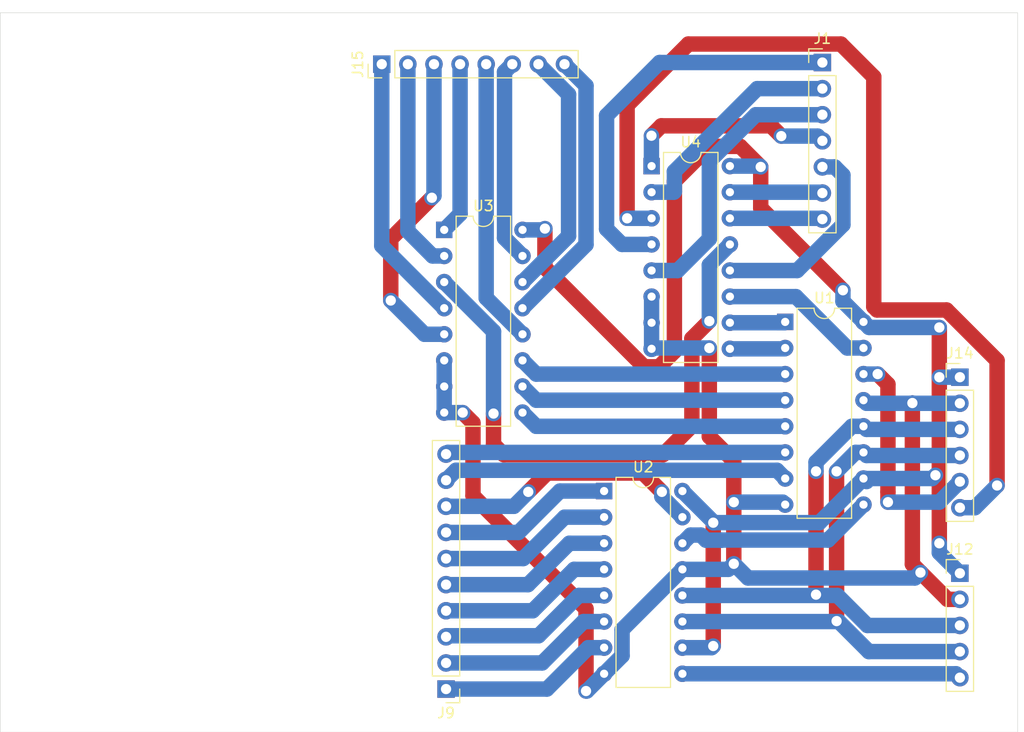
<source format=kicad_pcb>
(kicad_pcb (version 20240108) (generator "pcbnew") (generator_version "8.0")
  (layers (0 "F.Cu" signal) (31 "B.Cu" signal) (34 "B.Paste" user) (35 "F.Paste" user) (36 "B.SilkS" user "B.Silkscreen") (37 "F.SilkS" user "F.Silkscreen") (38 "B.Mask" user) (39 "F.Mask" user) (44 "Edge.Cuts" user))
  (net 0 "")
  (net 1 "3v3")
  (net 2 "Net-(J1-Pin_5)")
  (net 3 "Net-(J1-Pin_1)")
  (net 4 "Net-(J1-Pin_2)")
  (net 5 "Net-(J1-Pin_3)")
  (net 6 "Net-(J1-Pin_4)")
  (net 7 "Net-(J1-Pin_6)")
  (net 8 "Net-(J1-Pin_7)")
  (net 9 "Net-(J9-Pin_1)")
  (net 10 "Net-(J9-Pin_10)")
  (net 11 "Net-(J9-Pin_5)")
  (net 12 "Net-(J9-Pin_2)")
  (net 13 "Net-(J9-Pin_7)")
  (net 14 "Net-(J9-Pin_3)")
  (net 15 "Net-(J9-Pin_6)")
  (net 16 "Net-(J9-Pin_9)")
  (net 17 "Net-(J9-Pin_4)")
  (net 18 "Net-(J9-Pin_8)")
  (net 19 "Net-(J12-Pin_2)")
  (net 20 "Net-(J12-Pin_3)")
  (net 21 "Net-(J12-Pin_5)")
  (net 22 "Net-(J12-Pin_4)")
  (net 23 "Net-(J14-Pin_5)")
  (net 24 "Net-(J14-Pin_6)")
  (net 25 "Net-(U1-QF)")
  (net 26 "Net-(U1-QC)")
  (net 27 "Net-(U1-QB)")
  (net 28 "Net-(U1-QH')")
  (net 29 "Net-(U1-QA)")
  (net 30 "Net-(U1-QE)")
  (net 31 "Net-(U1-QD)")
  (net 32 "Net-(U3-A)")
  (net 33 "Net-(J15-Pin_1)")
  (net 34 "Net-(J15-Pin_2)")
  (net 35 "Net-(J15-Pin_7)")
  (net 36 "Net-(J15-Pin_8)")
  (net 37 "Net-(J15-Pin_4)")
  (net 38 "Net-(J15-Pin_3)")
  (net 39 "Net-(J15-Pin_5)")
  (net 40 "Net-(J15-Pin_6)")
  (footprint "Connector_PinHeader_2.54mm:PinHeader_1x10_P2.54mm_Vertical" (layer "F.Cu") (at 131.38 93.807395 180)
    (property "Reference" "J9" (at 0 -2.33 360) (layer "F.SilkS"))
    (property "Value" "Conn_01x10_Pin")
    (fp_line (start 1.33 1.27) (end 1.33 24.19) (stroke (width 0.12)) (layer "F.SilkS"))
    (fp_line (start -1.33 24.19) (end 1.33 24.19) (stroke (width 0.12)) (layer "F.SilkS"))
    (fp_line (start -1.33 1.27) (end 1.33 1.27) (stroke (width 0.12)) (layer "F.SilkS"))
    (fp_line (start -1.33 1.27) (end -1.33 24.19) (stroke (width 0.12)) (layer "F.SilkS"))
    (fp_line (start -1.33 0) (end -1.33 -1.33) (stroke (width 0.12)) (layer "F.SilkS"))
    (fp_line (start -1.33 -1.33) (end 0 -1.33) (stroke (width 0.12)) (layer "F.SilkS"))
    (pad "1" thru_hole rect (at 0 0 180) (size 1.7 1.7) (drill 1) (layers "*.Cu" "*.Mask") (net 9 "Net-(J9-Pin_1)"))
    (pad "2" thru_hole oval (at 0 2.54 180) (size 1.7 1.7) (drill 1) (layers "*.Cu" "*.Mask") (net 12 "Net-(J9-Pin_2)"))
    (pad "3" thru_hole oval (at 0 5.08 180) (size 1.7 1.7) (drill 1) (layers "*.Cu" "*.Mask") (net 14 "Net-(J9-Pin_3)"))
    (pad "4" thru_hole oval (at 0 7.62 180) (size 1.7 1.7) (drill 1) (layers "*.Cu" "*.Mask") (net 17 "Net-(J9-Pin_4)"))
    (pad "5" thru_hole oval (at 0 10.16 180) (size 1.7 1.7) (drill 1) (layers "*.Cu" "*.Mask") (net 11 "Net-(J9-Pin_5)"))
    (pad "6" thru_hole oval (at 0 12.7 180) (size 1.7 1.7) (drill 1) (layers "*.Cu" "*.Mask") (net 15 "Net-(J9-Pin_6)"))
    (pad "7" thru_hole oval (at 0 15.24 180) (size 1.7 1.7) (drill 1) (layers "*.Cu" "*.Mask") (net 13 "Net-(J9-Pin_7)"))
    (pad "8" thru_hole oval (at 0 17.78 180) (size 1.7 1.7) (drill 1) (layers "*.Cu" "*.Mask") (net 18 "Net-(J9-Pin_8)"))
    (pad "9" thru_hole oval (at 0 20.32 180) (size 1.7 1.7) (drill 1) (layers "*.Cu" "*.Mask") (net 16 "Net-(J9-Pin_9)"))
    (pad "10" thru_hole oval (at 0 22.86 180) (size 1.7 1.7) (drill 1) (layers "*.Cu" "*.Mask") (net 10 "Net-(J9-Pin_10)"))
  )
  (footprint "Package_DIP:DIP-16_W7.62mm" (layer "F.Cu") (at 146.76 74.54)
    (property "Reference" "U2" (at 3.81 -2.33 360) (layer "F.SilkS"))
    (property "Value" "74HC595")
    (fp_line (start 1.16 -1.33) (end 1.16 19.11) (stroke (width 0.12)) (layer "F.SilkS"))
    (fp_line (start 1.16 19.11) (end 6.46 19.11) (stroke (width 0.12)) (layer "F.SilkS"))
    (fp_line (start 2.81 -1.33) (end 1.16 -1.33) (stroke (width 0.12)) (layer "F.SilkS"))
    (fp_line (start 6.46 -1.33) (end 4.81 -1.33) (stroke (width 0.12)) (layer "F.SilkS"))
    (fp_line (start 6.46 19.11) (end 6.46 -1.33) (stroke (width 0.12)) (layer "F.SilkS"))
    (fp_arc (start 4.81 -1.33) (mid 3.81 -0.33) (end 2.81 -1.33) (stroke (width 0.12)) (layer "F.SilkS"))
    (pad "1" thru_hole rect (at 0 0) (size 1.6 1.6) (drill 0.8) (layers "*.Cu" "*.Mask") (net 13 "Net-(J9-Pin_7)"))
    (pad "2" thru_hole oval (at 0 2.54) (size 1.6 1.6) (drill 0.8) (layers "*.Cu" "*.Mask") (net 15 "Net-(J9-Pin_6)"))
    (pad "3" thru_hole oval (at 0 5.08) (size 1.6 1.6) (drill 0.8) (layers "*.Cu" "*.Mask") (net 11 "Net-(J9-Pin_5)"))
    (pad "4" thru_hole oval (at 0 7.62) (size 1.6 1.6) (drill 0.8) (layers "*.Cu" "*.Mask") (net 17 "Net-(J9-Pin_4)"))
    (pad "5" thru_hole oval (at 0 10.16) (size 1.6 1.6) (drill 0.8) (layers "*.Cu" "*.Mask") (net 14 "Net-(J9-Pin_3)"))
    (pad "6" thru_hole oval (at 0 12.7) (size 1.6 1.6) (drill 0.8) (layers "*.Cu" "*.Mask") (net 12 "Net-(J9-Pin_2)"))
    (pad "7" thru_hole oval (at 0 15.24) (size 1.6 1.6) (drill 0.8) (layers "*.Cu" "*.Mask") (net 9 "Net-(J9-Pin_1)"))
    (pad "8" thru_hole oval (at 0 17.78) (size 1.6 1.6) (drill 0.8) (layers "*.Cu" "*.Mask") (net 19 "Net-(J12-Pin_2)"))
    (pad "9" thru_hole oval (at 7.62 17.78) (size 1.6 1.6) (drill 0.8) (layers "*.Cu" "*.Mask") (net 21 "Net-(J12-Pin_5)"))
    (pad "10" thru_hole oval (at 7.62 15.24) (size 1.6 1.6) (drill 0.8) (layers "*.Cu" "*.Mask") (net 1 "3v3"))
    (pad "11" thru_hole oval (at 7.62 12.7) (size 1.6 1.6) (drill 0.8) (layers "*.Cu" "*.Mask") (net 22 "Net-(J12-Pin_4)"))
    (pad "12" thru_hole oval (at 7.62 10.16) (size 1.6 1.6) (drill 0.8) (layers "*.Cu" "*.Mask") (net 20 "Net-(J12-Pin_3)"))
    (pad "13" thru_hole oval (at 7.62 7.62) (size 1.6 1.6) (drill 0.8) (layers "*.Cu" "*.Mask") (net 19 "Net-(J12-Pin_2)"))
    (pad "14" thru_hole oval (at 7.62 5.08) (size 1.6 1.6) (drill 0.8) (layers "*.Cu" "*.Mask") (net 28 "Net-(U1-QH')"))
    (pad "15" thru_hole oval (at 7.62 2.54) (size 1.6 1.6) (drill 0.8) (layers "*.Cu" "*.Mask") (net 18 "Net-(J9-Pin_8)"))
    (pad "16" thru_hole oval (at 7.62 0) (size 1.6 1.6) (drill 0.8) (layers "*.Cu" "*.Mask") (net 1 "3v3"))
  )
  (footprint "Connector_PinHeader_2.54mm:PinHeader_1x08_P2.54mm_Vertical" (layer "F.Cu") (at 125.125 33 90)
    (property "Reference" "J15" (at 0 -2.33 90) (layer "F.SilkS"))
    (property "Value" "Conn_01x08_Pin")
    (fp_line (start -1.33 -1.33) (end 0 -1.33) (stroke (width 0.12)) (layer "F.SilkS"))
    (fp_line (start -1.33 0) (end -1.33 -1.33) (stroke (width 0.12)) (layer "F.SilkS"))
    (fp_line (start 1.33 1.27) (end 1.33 19.11) (stroke (width 0.12)) (layer "F.SilkS"))
    (fp_line (start -1.33 1.27) (end 1.33 1.27) (stroke (width 0.12)) (layer "F.SilkS"))
    (fp_line (start -1.33 1.27) (end -1.33 19.11) (stroke (width 0.12)) (layer "F.SilkS"))
    (fp_line (start -1.33 19.11) (end 1.33 19.11) (stroke (width 0.12)) (layer "F.SilkS"))
    (pad "1" thru_hole rect (at 0 0 90) (size 1.7 1.7) (drill 1) (layers "*.Cu" "*.Mask") (net 33 "Net-(J15-Pin_1)"))
    (pad "2" thru_hole oval (at 0 2.54 90) (size 1.7 1.7) (drill 1) (layers "*.Cu" "*.Mask") (net 34 "Net-(J15-Pin_2)"))
    (pad "3" thru_hole oval (at 0 5.08 90) (size 1.7 1.7) (drill 1) (layers "*.Cu" "*.Mask") (net 38 "Net-(J15-Pin_3)"))
    (pad "4" thru_hole oval (at 0 7.62 90) (size 1.7 1.7) (drill 1) (layers "*.Cu" "*.Mask") (net 37 "Net-(J15-Pin_4)"))
    (pad "5" thru_hole oval (at 0 10.16 90) (size 1.7 1.7) (drill 1) (layers "*.Cu" "*.Mask") (net 39 "Net-(J15-Pin_5)"))
    (pad "6" thru_hole oval (at 0 12.7 90) (size 1.7 1.7) (drill 1) (layers "*.Cu" "*.Mask") (net 40 "Net-(J15-Pin_6)"))
    (pad "7" thru_hole oval (at 0 15.24 90) (size 1.7 1.7) (drill 1) (layers "*.Cu" "*.Mask") (net 35 "Net-(J15-Pin_7)"))
    (pad "8" thru_hole oval (at 0 17.78 90) (size 1.7 1.7) (drill 1) (layers "*.Cu" "*.Mask") (net 36 "Net-(J15-Pin_8)"))
  )
  (footprint "Package_DIP:DIP-16_W7.62mm" (layer "F.Cu") (at 151.38 42.92)
    (property "Reference" "U4" (at 3.81 -2.33 360) (layer "F.SilkS"))
    (property "Value" "74HC4051")
    (fp_line (start 1.16 -1.33) (end 1.16 19.11) (stroke (width 0.12)) (layer "F.SilkS"))
    (fp_line (start 1.16 19.11) (end 6.46 19.11) (stroke (width 0.12)) (layer "F.SilkS"))
    (fp_line (start 2.81 -1.33) (end 1.16 -1.33) (stroke (width 0.12)) (layer "F.SilkS"))
    (fp_line (start 6.46 -1.33) (end 4.81 -1.33) (stroke (width 0.12)) (layer "F.SilkS"))
    (fp_line (start 6.46 19.11) (end 6.46 -1.33) (stroke (width 0.12)) (layer "F.SilkS"))
    (fp_arc (start 4.81 -1.33) (mid 3.81 -0.33) (end 2.81 -1.33) (stroke (width 0.12)) (layer "F.SilkS"))
    (pad "1" thru_hole rect (at 0 0) (size 1.6 1.6) (drill 0.8) (layers "*.Cu" "*.Mask") (net 6 "Net-(J1-Pin_4)"))
    (pad "2" thru_hole oval (at 0 2.54) (size 1.6 1.6) (drill 0.8) (layers "*.Cu" "*.Mask") (net 4 "Net-(J1-Pin_2)"))
    (pad "3" thru_hole oval (at 0 5.08) (size 1.6 1.6) (drill 0.8) (layers "*.Cu" "*.Mask") (net 24 "Net-(J14-Pin_6)"))
    (pad "4" thru_hole oval (at 0 7.62) (size 1.6 1.6) (drill 0.8) (layers "*.Cu" "*.Mask") (net 3 "Net-(J1-Pin_1)"))
    (pad "5" thru_hole oval (at 0 10.16) (size 1.6 1.6) (drill 0.8) (layers "*.Cu" "*.Mask") (net 5 "Net-(J1-Pin_3)"))
    (pad "6" thru_hole oval (at 0 12.7) (size 1.6 1.6) (drill 0.8) (layers "*.Cu" "*.Mask") (net 19 "Net-(J12-Pin_2)"))
    (pad "7" thru_hole oval (at 0 15.24) (size 1.6 1.6) (drill 0.8) (layers "*.Cu" "*.Mask") (net 19 "Net-(J12-Pin_2)"))
    (pad "8" thru_hole oval (at 0 17.78) (size 1.6 1.6) (drill 0.8) (layers "*.Cu" "*.Mask") (net 19 "Net-(J12-Pin_2)"))
    (pad "9" thru_hole oval (at 7.62 17.78) (size 1.6 1.6) (drill 0.8) (layers "*.Cu" "*.Mask") (net 26 "Net-(U1-QC)"))
    (pad "10" thru_hole oval (at 7.62 15.24) (size 1.6 1.6) (drill 0.8) (layers "*.Cu" "*.Mask") (net 27 "Net-(U1-QB)"))
    (pad "11" thru_hole oval (at 7.62 12.7) (size 1.6 1.6) (drill 0.8) (layers "*.Cu" "*.Mask") (net 29 "Net-(U1-QA)"))
    (pad "12" thru_hole oval (at 7.62 10.16) (size 1.6 1.6) (drill 0.8) (layers "*.Cu" "*.Mask") (net 2 "Net-(J1-Pin_5)"))
    (pad "13" thru_hole oval (at 7.62 7.62) (size 1.6 1.6) (drill 0.8) (layers "*.Cu" "*.Mask") (net 32 "Net-(U3-A)"))
    (pad "14" thru_hole oval (at 7.62 5.08) (size 1.6 1.6) (drill 0.8) (layers "*.Cu" "*.Mask") (net 8 "Net-(J1-Pin_7)"))
    (pad "15" thru_hole oval (at 7.62 2.54) (size 1.6 1.6) (drill 0.8) (layers "*.Cu" "*.Mask") (net 7 "Net-(J1-Pin_6)"))
    (pad "16" thru_hole oval (at 7.62 0) (size 1.6 1.6) (drill 0.8) (layers "*.Cu" "*.Mask") (net 1 "3v3"))
  )
  (footprint "Package_DIP:DIP-16_W7.62mm" (layer "F.Cu") (at 164.38 58.08)
    (property "Reference" "U1" (at 3.81 -2.33 360) (layer "F.SilkS"))
    (property "Value" "74HC595")
    (fp_line (start 1.16 -1.33) (end 1.16 19.11) (stroke (width 0.12)) (layer "F.SilkS"))
    (fp_line (start 1.16 19.11) (end 6.46 19.11) (stroke (width 0.12)) (layer "F.SilkS"))
    (fp_line (start 2.81 -1.33) (end 1.16 -1.33) (stroke (width 0.12)) (layer "F.SilkS"))
    (fp_line (start 6.46 -1.33) (end 4.81 -1.33) (stroke (width 0.12)) (layer "F.SilkS"))
    (fp_line (start 6.46 19.11) (end 6.46 -1.33) (stroke (width 0.12)) (layer "F.SilkS"))
    (fp_arc (start 4.81 -1.33) (mid 3.81 -0.33) (end 2.81 -1.33) (stroke (width 0.12)) (layer "F.SilkS"))
    (pad "1" thru_hole rect (at 0 0) (size 1.6 1.6) (drill 0.8) (layers "*.Cu" "*.Mask") (net 27 "Net-(U1-QB)"))
    (pad "2" thru_hole oval (at 0 2.54) (size 1.6 1.6) (drill 0.8) (layers "*.Cu" "*.Mask") (net 26 "Net-(U1-QC)"))
    (pad "3" thru_hole oval (at 0 5.08) (size 1.6 1.6) (drill 0.8) (layers "*.Cu" "*.Mask") (net 31 "Net-(U1-QD)"))
    (pad "4" thru_hole oval (at 0 7.62) (size 1.6 1.6) (drill 0.8) (layers "*.Cu" "*.Mask") (net 30 "Net-(U1-QE)"))
    (pad "5" thru_hole oval (at 0 10.16) (size 1.6 1.6) (drill 0.8) (layers "*.Cu" "*.Mask") (net 25 "Net-(U1-QF)"))
    (pad "6" thru_hole oval (at 0 12.7) (size 1.6 1.6) (drill 0.8) (layers "*.Cu" "*.Mask") (net 10 "Net-(J9-Pin_10)"))
    (pad "7" thru_hole oval (at 0 15.24) (size 1.6 1.6) (drill 0.8) (layers "*.Cu" "*.Mask") (net 16 "Net-(J9-Pin_9)"))
    (pad "8" thru_hole oval (at 0 17.78) (size 1.6 1.6) (drill 0.8) (layers "*.Cu" "*.Mask") (net 19 "Net-(J12-Pin_2)"))
    (pad "9" thru_hole oval (at 7.62 17.78) (size 1.6 1.6) (drill 0.8) (layers "*.Cu" "*.Mask") (net 28 "Net-(U1-QH')"))
    (pad "10" thru_hole oval (at 7.62 15.24) (size 1.6 1.6) (drill 0.8) (layers "*.Cu" "*.Mask") (net 1 "3v3"))
    (pad "11" thru_hole oval (at 7.62 12.7) (size 1.6 1.6) (drill 0.8) (layers "*.Cu" "*.Mask") (net 22 "Net-(J12-Pin_4)"))
    (pad "12" thru_hole oval (at 7.62 10.16) (size 1.6 1.6) (drill 0.8) (layers "*.Cu" "*.Mask") (net 20 "Net-(J12-Pin_3)"))
    (pad "13" thru_hole oval (at 7.62 7.62) (size 1.6 1.6) (drill 0.8) (layers "*.Cu" "*.Mask") (net 19 "Net-(J12-Pin_2)"))
    (pad "14" thru_hole oval (at 7.62 5.08) (size 1.6 1.6) (drill 0.8) (layers "*.Cu" "*.Mask") (net 23 "Net-(J14-Pin_5)"))
    (pad "15" thru_hole oval (at 7.62 2.54) (size 1.6 1.6) (drill 0.8) (layers "*.Cu" "*.Mask") (net 29 "Net-(U1-QA)"))
    (pad "16" thru_hole oval (at 7.62 0) (size 1.6 1.6) (drill 0.8) (layers "*.Cu" "*.Mask") (net 1 "3v3"))
  )
  (footprint "Package_DIP:DIP-16_W7.62mm" (layer "F.Cu") (at 131.2 49.125)
    (property "Reference" "U3" (at 3.81 -2.33 360) (layer "F.SilkS"))
    (property "Value" "74HC4051")
    (fp_line (start 1.16 -1.33) (end 1.16 19.11) (stroke (width 0.12)) (layer "F.SilkS"))
    (fp_line (start 1.16 19.11) (end 6.46 19.11) (stroke (width 0.12)) (layer "F.SilkS"))
    (fp_line (start 2.81 -1.33) (end 1.16 -1.33) (stroke (width 0.12)) (layer "F.SilkS"))
    (fp_line (start 6.46 -1.33) (end 4.81 -1.33) (stroke (width 0.12)) (layer "F.SilkS"))
    (fp_line (start 6.46 19.11) (end 6.46 -1.33) (stroke (width 0.12)) (layer "F.SilkS"))
    (fp_arc (start 4.81 -1.33) (mid 3.81 -0.33) (end 2.81 -1.33) (stroke (width 0.12)) (layer "F.SilkS"))
    (pad "1" thru_hole rect (at 0 0) (size 1.6 1.6) (drill 0.8) (layers "*.Cu" "*.Mask") (net 37 "Net-(J15-Pin_4)"))
    (pad "2" thru_hole oval (at 0 2.54) (size 1.6 1.6) (drill 0.8) (layers "*.Cu" "*.Mask") (net 34 "Net-(J15-Pin_2)"))
    (pad "3" thru_hole oval (at 0 5.08) (size 1.6 1.6) (drill 0.8) (layers "*.Cu" "*.Mask") (net 32 "Net-(U3-A)"))
    (pad "4" thru_hole oval (at 0 7.62) (size 1.6 1.6) (drill 0.8) (layers "*.Cu" "*.Mask") (net 33 "Net-(J15-Pin_1)"))
    (pad "5" thru_hole oval (at 0 10.16) (size 1.6 1.6) (drill 0.8) (layers "*.Cu" "*.Mask") (net 38 "Net-(J15-Pin_3)"))
    (pad "6" thru_hole oval (at 0 12.7) (size 1.6 1.6) (drill 0.8) (layers "*.Cu" "*.Mask") (net 19 "Net-(J12-Pin_2)"))
    (pad "7" thru_hole oval (at 0 15.24) (size 1.6 1.6) (drill 0.8) (layers "*.Cu" "*.Mask") (net 19 "Net-(J12-Pin_2)"))
    (pad "8" thru_hole oval (at 0 17.78) (size 1.6 1.6) (drill 0.8) (layers "*.Cu" "*.Mask") (net 19 "Net-(J12-Pin_2)"))
    (pad "9" thru_hole oval (at 7.62 17.78) (size 1.6 1.6) (drill 0.8) (layers "*.Cu" "*.Mask") (net 25 "Net-(U1-QF)"))
    (pad "10" thru_hole oval (at 7.62 15.24) (size 1.6 1.6) (drill 0.8) (layers "*.Cu" "*.Mask") (net 30 "Net-(U1-QE)"))
    (pad "11" thru_hole oval (at 7.62 12.7) (size 1.6 1.6) (drill 0.8) (layers "*.Cu" "*.Mask") (net 31 "Net-(U1-QD)"))
    (pad "12" thru_hole oval (at 7.62 10.16) (size 1.6 1.6) (drill 0.8) (layers "*.Cu" "*.Mask") (net 39 "Net-(J15-Pin_5)"))
    (pad "13" thru_hole oval (at 7.62 7.62) (size 1.6 1.6) (drill 0.8) (layers "*.Cu" "*.Mask") (net 36 "Net-(J15-Pin_8)"))
    (pad "14" thru_hole oval (at 7.62 5.08) (size 1.6 1.6) (drill 0.8) (layers "*.Cu" "*.Mask") (net 35 "Net-(J15-Pin_7)"))
    (pad "15" thru_hole oval (at 7.62 2.54) (size 1.6 1.6) (drill 0.8) (layers "*.Cu" "*.Mask") (net 40 "Net-(J15-Pin_6)"))
    (pad "16" thru_hole oval (at 7.62 0) (size 1.6 1.6) (drill 0.8) (layers "*.Cu" "*.Mask") (net 1 "3v3"))
  )
  (footprint "Connector_PinHeader_2.54mm:PinHeader_1x06_P2.54mm_Vertical" (layer "F.Cu") (at 181.38 63.46)
    (property "Reference" "J14" (at 0 -2.33 360) (layer "F.SilkS"))
    (property "Value" "Conn_01x06_Pin")
    (fp_line (start -1.33 -1.33) (end 0 -1.33) (stroke (width 0.12)) (layer "F.SilkS"))
    (fp_line (start -1.33 0) (end -1.33 -1.33) (stroke (width 0.12)) (layer "F.SilkS"))
    (fp_line (start -1.33 1.27) (end -1.33 14.03) (stroke (width 0.12)) (layer "F.SilkS"))
    (fp_line (start -1.33 1.27) (end 1.33 1.27) (stroke (width 0.12)) (layer "F.SilkS"))
    (fp_line (start -1.33 14.03) (end 1.33 14.03) (stroke (width 0.12)) (layer "F.SilkS"))
    (fp_line (start 1.33 1.27) (end 1.33 14.03) (stroke (width 0.12)) (layer "F.SilkS"))
    (pad "1" thru_hole rect (at 0 0) (size 1.7 1.7) (drill 1) (layers "*.Cu" "*.Mask") (net 1 "3v3"))
    (pad "2" thru_hole oval (at 0 2.54) (size 1.7 1.7) (drill 1) (layers "*.Cu" "*.Mask") (net 19 "Net-(J12-Pin_2)"))
    (pad "3" thru_hole oval (at 0 5.08) (size 1.7 1.7) (drill 1) (layers "*.Cu" "*.Mask") (net 20 "Net-(J12-Pin_3)"))
    (pad "4" thru_hole oval (at 0 7.62) (size 1.7 1.7) (drill 1) (layers "*.Cu" "*.Mask") (net 22 "Net-(J12-Pin_4)"))
    (pad "5" thru_hole oval (at 0 10.16) (size 1.7 1.7) (drill 1) (layers "*.Cu" "*.Mask") (net 23 "Net-(J14-Pin_5)"))
    (pad "6" thru_hole oval (at 0 12.7) (size 1.7 1.7) (drill 1) (layers "*.Cu" "*.Mask") (net 24 "Net-(J14-Pin_6)"))
  )
  (footprint "Connector_PinHeader_2.54mm:PinHeader_1x07_P2.54mm_Vertical" (layer "F.Cu") (at 168 32.84)
    (property "Reference" "J1" (at 0 -2.33 360) (layer "F.SilkS"))
    (property "Value" "Conn_01x07_Pin")
    (fp_line (start -1.33 -1.33) (end 0 -1.33) (stroke (width 0.12)) (layer "F.SilkS"))
    (fp_line (start -1.33 0) (end -1.33 -1.33) (stroke (width 0.12)) (layer "F.SilkS"))
    (fp_line (start -1.33 1.27) (end -1.33 16.57) (stroke (width 0.12)) (layer "F.SilkS"))
    (fp_line (start -1.33 1.27) (end 1.33 1.27) (stroke (width 0.12)) (layer "F.SilkS"))
    (fp_line (start -1.33 16.57) (end 1.33 16.57) (stroke (width 0.12)) (layer "F.SilkS"))
    (fp_line (start 1.33 1.27) (end 1.33 16.57) (stroke (width 0.12)) (layer "F.SilkS"))
    (pad "1" thru_hole rect (at 0 0) (size 1.7 1.7) (drill 1) (layers "*.Cu" "*.Mask") (net 3 "Net-(J1-Pin_1)"))
    (pad "2" thru_hole oval (at 0 2.54) (size 1.7 1.7) (drill 1) (layers "*.Cu" "*.Mask") (net 4 "Net-(J1-Pin_2)"))
    (pad "3" thru_hole oval (at 0 5.08) (size 1.7 1.7) (drill 1) (layers "*.Cu" "*.Mask") (net 5 "Net-(J1-Pin_3)"))
    (pad "4" thru_hole oval (at 0 7.62) (size 1.7 1.7) (drill 1) (layers "*.Cu" "*.Mask") (net 6 "Net-(J1-Pin_4)"))
    (pad "5" thru_hole oval (at 0 10.16) (size 1.7 1.7) (drill 1) (layers "*.Cu" "*.Mask") (net 2 "Net-(J1-Pin_5)"))
    (pad "6" thru_hole oval (at 0 12.7) (size 1.7 1.7) (drill 1) (layers "*.Cu" "*.Mask") (net 7 "Net-(J1-Pin_6)"))
    (pad "7" thru_hole oval (at 0 15.24) (size 1.7 1.7) (drill 1) (layers "*.Cu" "*.Mask") (net 8 "Net-(J1-Pin_7)"))
  )
  (footprint "Connector_PinHeader_2.54mm:PinHeader_1x05_P2.54mm_Vertical" (layer "F.Cu") (at 181.38 82.54)
    (property "Reference" "J12" (at 0 -2.33 360) (layer "F.SilkS"))
    (property "Value" "Conn_01x05_Pin")
    (fp_line (start -1.33 -1.33) (end 0 -1.33) (stroke (width 0.12)) (layer "F.SilkS"))
    (fp_line (start -1.33 0) (end -1.33 -1.33) (stroke (width 0.12)) (layer "F.SilkS"))
    (fp_line (start -1.33 1.27) (end -1.33 11.49) (stroke (width 0.12)) (layer "F.SilkS"))
    (fp_line (start -1.33 1.27) (end 1.33 1.27) (stroke (width 0.12)) (layer "F.SilkS"))
    (fp_line (start -1.33 11.49) (end 1.33 11.49) (stroke (width 0.12)) (layer "F.SilkS"))
    (fp_line (start 1.33 1.27) (end 1.33 11.49) (stroke (width 0.12)) (layer "F.SilkS"))
    (pad "1" thru_hole rect (at 0 0) (size 1.7 1.7) (drill 1) (layers "*.Cu" "*.Mask") (net 1 "3v3"))
    (pad "2" thru_hole oval (at 0 2.54) (size 1.7 1.7) (drill 1) (layers "*.Cu" "*.Mask") (net 19 "Net-(J12-Pin_2)"))
    (pad "3" thru_hole oval (at 0 5.08) (size 1.7 1.7) (drill 1) (layers "*.Cu" "*.Mask") (net 20 "Net-(J12-Pin_3)"))
    (pad "4" thru_hole oval (at 0 7.62) (size 1.7 1.7) (drill 1) (layers "*.Cu" "*.Mask") (net 22 "Net-(J12-Pin_4)"))
    (pad "5" thru_hole oval (at 0 10.16) (size 1.7 1.7) (drill 1) (layers "*.Cu" "*.Mask") (net 21 "Net-(J12-Pin_5)"))
  )
  (gr_rect (start 88 28) (end 187 98) (stroke (width 0.05)) (fill none) (layer "Edge.Cuts"))
  (segment (start 179.38 58.62) (end 179.38 63.46) (width 1.5) (layer "F.Cu") (net 1))
  (segment (start 153.6 60.954874) (end 153.6 44.4) (width 1.5) (layer "F.Cu") (net 1))
  (segment (start 162 47) (end 170 55) (width 1.5) (layer "F.Cu") (net 1))
  (segment (start 157.38 77.62) (end 157.38 89.62) (width 1.5) (layer "F.Cu") (net 1))
  (segment (start 153.6 44.4) (end 157 41) (width 1.5) (layer "F.Cu") (net 1))
  (segment (start 179.38 71.62) (end 179.38 79.62) (width 1.5) (layer "F.Cu") (net 1))
  (segment (start 141 52.794874) (end 150.655126 62.45) (width 1.5) (layer "F.Cu") (net 1))
  (segment (start 157 41) (end 160 41) (width 1.5) (layer "F.Cu") (net 1))
  (segment (start 141 49) (end 141 52.794874) (width 1.5) (layer "F.Cu") (net 1))
  (segment (start 160 41) (end 162 43) (width 1.5) (layer "F.Cu") (net 1))
  (segment (start 179.38 71.62) (end 179.38 63.46) (width 1.5) (layer "F.Cu") (net 1))
  (segment (start 152.104874 62.45) (end 153.6 60.954874) (width 1.5) (layer "F.Cu") (net 1))
  (segment (start 162 43) (end 162 47) (width 1.5) (layer "F.Cu") (net 1))
  (segment (start 150.655126 62.45) (end 152.104874 62.45) (width 1.5) (layer "F.Cu") (net 1))
  (via (at 179.38 79.62) (size 1.2) (drill 1) (layers "F.Cu" "B.Cu") (net 1))
  (via (at 170 55) (size 1.2) (drill 1) (layers "F.Cu" "B.Cu") (net 1))
  (via (at 179.38 63.46) (size 1.2) (drill 1) (layers "F.Cu" "B.Cu") (net 1))
  (via (at 162 43) (size 1.2) (drill 1) (layers "F.Cu" "B.Cu") (net 1))
  (via (at 179 73) (size 1.2) (drill 1) (layers "F.Cu" "B.Cu") (net 1))
  (via (at 179.38 58.62) (size 1.2) (drill 1) (layers "F.Cu" "B.Cu") (net 1))
  (via (at 157.38 89.62) (size 1.2) (drill 1) (layers "F.Cu" "B.Cu") (net 1))
  (via (at 157.38 77.62) (size 1.2) (drill 1) (layers "F.Cu" "B.Cu") (net 1))
  (via (at 141 49) (size 1.2) (drill 1) (layers "F.Cu" "B.Cu") (net 1))
  (segment (start 154.38 74.54) (end 157.38 77.54) (width 1.5) (layer "B.Cu") (net 1))
  (segment (start 157.22 89.78) (end 157.38 89.62) (width 1.5) (layer "B.Cu") (net 1))
  (segment (start 138.82 49.125) (end 140.875 49.125) (width 1.5) (layer "B.Cu") (net 1))
  (segment (start 157.38 77.62) (end 157.46 77.62) (width 1.5) (layer "B.Cu") (net 1))
  (segment (start 179.38 79.62) (end 179.38 80.54) (width 1.5) (layer "B.Cu") (net 1))
  (segment (start 157.45 77.61) (end 167.71 77.61) (width 1.5) (layer "B.Cu") (net 1))
  (segment (start 179.38 80.54) (end 181.38 82.54) (width 1.5) (layer "B.Cu") (net 1))
  (segment (start 172.3 73.62) (end 172 73.32) (width 1.5) (layer "B.Cu") (net 1))
  (segment (start 157.38 77.54) (end 157.38 77.62) (width 1.5) (layer "B.Cu") (net 1))
  (segment (start 170 55) (end 170 56.08) (width 1.5) (layer "B.Cu") (net 1))
  (segment (start 161.92 42.92) (end 162 43) (width 1.5) (layer "B.Cu") (net 1))
  (segment (start 172.54 58.62) (end 172 58.08) (width 1.5) (layer "B.Cu") (net 1))
  (segment (start 179.38 63.46) (end 181.38 63.46) (width 1.5) (layer "B.Cu") (net 1))
  (segment (start 140.875 49.125) (end 141 49) (width 1.5) (layer "B.Cu") (net 1))
  (segment (start 179.38 58.62) (end 172.54 58.62) (width 1.5) (layer "B.Cu") (net 1))
  (segment (start 159 42.92) (end 161.92 42.92) (width 1.5) (layer "B.Cu") (net 1))
  (segment (start 167.71 77.61) (end 172 73.32) (width 1.5) (layer "B.Cu") (net 1))
  (segment (start 154.38 89.78) (end 157.22 89.78) (width 1.5) (layer "B.Cu") (net 1))
  (segment (start 172 73.32) (end 178.68 73.32) (width 1.5) (layer "B.Cu") (net 1))
  (segment (start 178.68 73.32) (end 179 73) (width 1.5) (layer "B.Cu") (net 1))
  (segment (start 157.46 77.62) (end 157.45 77.61) (width 1.5) (layer "B.Cu") (net 1))
  (segment (start 170 56.08) (end 172 58.08) (width 1.5) (layer "B.Cu") (net 1))
  (segment (start 170 43.797919) (end 169.202081 43) (width 1.5) (layer "B.Cu") (net 2))
  (segment (start 159 53.08) (end 165.545585 53.08) (width 1.5) (layer "B.Cu") (net 2))
  (segment (start 170 48.625585) (end 170 43.797919) (width 1.5) (layer "B.Cu") (net 2))
  (segment (start 165.545585 53.08) (end 170 48.625585) (width 1.5) (layer "B.Cu") (net 2))
  (segment (start 169.202081 43) (end 168 43) (width 1.5) (layer "B.Cu") (net 2))
  (segment (start 152.16 32.84) (end 147 38) (width 1.5) (layer "B.Cu") (net 3))
  (segment (start 168 32.84) (end 152.16 32.84) (width 1.5) (layer "B.Cu") (net 3))
  (segment (start 147 49.04) (end 148.5 50.54) (width 1.5) (layer "B.Cu") (net 3))
  (segment (start 147 38) (end 147 49.04) (width 1.5) (layer "B.Cu") (net 3))
  (segment (start 148.5 50.54) (end 151.38 50.54) (width 1.5) (layer "B.Cu") (net 3))
  (segment (start 168 35.38) (end 161.660962 35.38) (width 1.5) (layer "B.Cu") (net 4))
  (segment (start 153.54 45.46) (end 151.38 45.46) (width 1.5) (layer "B.Cu") (net 4))
  (segment (start 153.6 45.4) (end 153.54 45.46) (width 1.5) (layer "B.Cu") (net 4))
  (segment (start 161.660962 35.38) (end 153.6 43.440962) (width 1.5) (layer "B.Cu") (net 4))
  (segment (start 153.6 43.440962) (end 153.6 45.4) (width 1.5) (layer "B.Cu") (net 4))
  (segment (start 168 37.92) (end 161.525126 37.92) (width 1.5) (layer "B.Cu") (net 5))
  (segment (start 161.525126 37.92) (end 157 42.445126) (width 1.5) (layer "B.Cu") (net 5))
  (segment (start 153.92 53.08) (end 157 50) (width 1.5) (layer "B.Cu") (net 5))
  (segment (start 157 42.445126) (end 157 50) (width 1.5) (layer "B.Cu") (net 5))
  (segment (start 151.38 53.08) (end 153.92 53.08) (width 1.5) (layer "B.Cu") (net 5))
  (segment (start 152.328974 39) (end 163 39) (width 1.5) (layer "F.Cu") (net 6))
  (segment (start 163 39) (end 164 40) (width 1.5) (layer "F.Cu") (net 6))
  (segment (start 151.365697 39.963277) (end 152.328974 39) (width 1.5) (layer "F.Cu") (net 6))
  (via (at 164 40) (size 1.2) (drill 1) (layers "F.Cu" "B.Cu") (net 6))
  (via (at 151.365697 39.963277) (size 1.2) (drill 1) (layers "F.Cu" "B.Cu") (net 6))
  (segment (start 167.54 40) (end 168 40.46) (width 1.5) (layer "B.Cu") (net 6))
  (segment (start 164 40) (end 167.54 40) (width 1.5) (layer "B.Cu") (net 6))
  (segment (start 151.365697 39.963277) (end 151.365697 42.905697) (width 1.5) (layer "B.Cu") (net 6))
  (segment (start 151.365697 42.905697) (end 151.38 42.92) (width 1.5) (layer "B.Cu") (net 6))
  (segment (start 159 45.46) (end 167.92 45.46) (width 1.5) (layer "B.Cu") (net 7))
  (segment (start 167.92 45.46) (end 168 45.54) (width 1.5) (layer "B.Cu") (net 7))
  (segment (start 159 48) (end 167.92 48) (width 1.5) (layer "B.Cu") (net 8))
  (segment (start 167.92 48) (end 168 48.08) (width 1.5) (layer "B.Cu") (net 8))
  (segment (start 145.22 89.78) (end 141.192605 93.807395) (width 1.5) (layer "B.Cu") (net 9))
  (segment (start 141.192605 93.807395) (end 131.38 93.807395) (width 1.5) (layer "B.Cu") (net 9))
  (segment (start 146.76 89.78) (end 145.22 89.78) (width 1.5) (layer "B.Cu") (net 9))
  (segment (start 131.547395 70.78) (end 131.38 70.947395) (width 1.5) (layer "B.Cu") (net 10))
  (segment (start 164.38 70.78) (end 131.547395 70.78) (width 1.5) (layer "B.Cu") (net 10))
  (segment (start 143.38 79.62) (end 139.352605 83.647395) (width 1.5) (layer "B.Cu") (net 11))
  (segment (start 139.352605 83.647395) (end 131.38 83.647395) (width 1.5) (layer "B.Cu") (net 11))
  (segment (start 146.76 79.62) (end 143.38 79.62) (width 1.5) (layer "B.Cu") (net 11))
  (segment (start 140.732605 91.267395) (end 131.38 91.267395) (width 1.5) (layer "B.Cu") (net 12))
  (segment (start 146.76 87.24) (end 144.76 87.24) (width 1.5) (layer "B.Cu") (net 12))
  (segment (start 144.76 87.24) (end 140.732605 91.267395) (width 1.5) (layer "B.Cu") (net 12))
  (segment (start 142.46 74.54) (end 138.432605 78.567395) (width 1.5) (layer "B.Cu") (net 13))
  (segment (start 146.76 74.54) (end 142.46 74.54) (width 1.5) (layer "B.Cu") (net 13))
  (segment (start 138.432605 78.567395) (end 131.38 78.567395) (width 1.5) (layer "B.Cu") (net 13))
  (segment (start 131.487395 88.62) (end 131.38 88.727395) (width 1.5) (layer "B.Cu") (net 14))
  (segment (start 146.76 84.7) (end 144.3 84.7) (width 1.5) (layer "B.Cu") (net 14))
  (segment (start 140.38 88.62) (end 131.487395 88.62) (width 1.5) (layer "B.Cu") (net 14))
  (segment (start 144.3 84.7) (end 140.38 88.62) (width 1.5) (layer "B.Cu") (net 14))
  (segment (start 142.92 77.08) (end 138.892605 81.107395) (width 1.5) (layer "B.Cu") (net 15))
  (segment (start 146.76 77.08) (end 142.92 77.08) (width 1.5) (layer "B.Cu") (net 15))
  (segment (start 138.892605 81.107395) (end 131.38 81.107395) (width 1.5) (layer "B.Cu") (net 15))
  (segment (start 163.580001 72.520001) (end 132.347394 72.520001) (width 1.5) (layer "B.Cu") (net 16))
  (segment (start 132.347394 72.520001) (end 131.38 73.487395) (width 1.5) (layer "B.Cu") (net 16))
  (segment (start 164.38 73.32) (end 163.580001 72.520001) (width 1.5) (layer "B.Cu") (net 16))
  (segment (start 143.84 82.16) (end 139.812605 86.187395) (width 1.5) (layer "B.Cu") (net 17))
  (segment (start 139.812605 86.187395) (end 131.38 86.187395) (width 1.5) (layer "B.Cu") (net 17))
  (segment (start 146.76 82.16) (end 143.84 82.16) (width 1.5) (layer "B.Cu") (net 17))
  (segment (start 141.21 72.79) (end 150.55 72.79) (width 1.5) (layer "F.Cu") (net 18))
  (segment (start 139.38 74.62) (end 141.21 72.79) (width 1.5) (layer "F.Cu") (net 18))
  (segment (start 150.55 72.79) (end 152.38 74.62) (width 1.5) (layer "F.Cu") (net 18))
  (via (at 152.38 74.62) (size 1.2) (drill 1) (layers "F.Cu" "B.Cu") (net 18))
  (via (at 139.38 74.62) (size 1.2) (drill 1) (layers "F.Cu" "B.Cu") (net 18))
  (segment (start 154.38 77.08) (end 152.38 75.08) (width 1.5) (layer "B.Cu") (net 18))
  (segment (start 152.38 75.08) (end 152.38 74.62) (width 1.5) (layer "B.Cu") (net 18))
  (segment (start 131.38 76.027395) (end 137.972605 76.027395) (width 1.5) (layer "B.Cu") (net 18))
  (segment (start 137.972605 76.027395) (end 139.38 74.62) (width 1.5) (layer "B.Cu") (net 18))
  (segment (start 134 75) (end 145 86) (width 1.5) (layer "F.Cu") (net 19))
  (segment (start 159.38 71.62) (end 159.38 75.62) (width 1.5) (layer "F.Cu") (net 19))
  (segment (start 177.568738 82.470819) (end 180.177919 85.08) (width 1.5) (layer "F.Cu") (net 19))
  (segment (start 176.757612 65.973348) (end 176.757612 81.659693) (width 1.5) (layer "F.Cu") (net 19))
  (segment (start 176.862109 81.76419) (end 176.862109 81.773736) (width 1.5) (layer "F.Cu") (net 19))
  (segment (start 157 60.62) (end 157 69.24) (width 1.5) (layer "F.Cu") (net 19))
  (segment (start 176.871655 81.773736) (end 177.543113 82.445194) (width 1.5) (layer "F.Cu") (net 19))
  (segment (start 177.543113 82.445194) (end 177.543113 82.470819) (width 1.5) (layer "F.Cu") (net 19))
  (segment (start 157 69.24) (end 159.38 71.62) (width 1.5) (layer "F.Cu") (net 19))
  (segment (start 180.177919 85.08) (end 181.38 85.08) (width 1.5) (layer "F.Cu") (net 19))
  (segment (start 159.38 81.62) (end 159.38 75.62) (width 1.5) (layer "F.Cu") (net 19))
  (segment (start 134 67.905) (end 134 75) (width 1.5) (layer "F.Cu") (net 19))
  (segment (start 176.862109 81.773736) (end 176.871655 81.773736) (width 1.5) (layer "F.Cu") (net 19))
  (segment (start 133 66.905) (end 134 67.905) (width 1.5) (layer "F.Cu") (net 19))
  (segment (start 176.757612 81.659693) (end 176.862109 81.76419) (width 1.5) (layer "F.Cu") (net 19))
  (segment (start 145 86) (end 145 94) (width 1.5) (layer "F.Cu") (net 19))
  (segment (start 177.543113 82.470819) (end 177.568738 82.470819) (width 1.5) (layer "F.Cu") (net 19))
  (via (at 176.757612 65.973348) (size 1.2) (drill 1) (layers "F.Cu" "B.Cu") (net 19))
  (via (at 159.38 75.62) (size 1.2) (drill 1) (layers "F.Cu" "B.Cu") (net 19))
  (via (at 177.543113 82.470819) (size 1.2) (drill 1) (layers "F.Cu" "B.Cu") (net 19))
  (via (at 159.38 81.62) (size 1.2) (drill 1) (layers "F.Cu" "B.Cu") (net 19))
  (via (at 133 66.905) (size 1.2) (drill 1) (layers "F.Cu" "B.Cu") (net 19))
  (via (at 145 94) (size 1.2) (drill 1) (layers "F.Cu" "B.Cu") (net 19))
  (via (at 157 60.62) (size 1.2) (drill 1) (layers "F.Cu" "B.Cu") (net 19))
  (segment (start 146.76 92.32) (end 148.51 90.57) (width 1.5) (layer "B.Cu") (net 19))
  (segment (start 148.51 88.03) (end 154.38 82.16) (width 1.5) (layer "B.Cu") (net 19))
  (segment (start 131.2 61.825) (end 131.2 64.365) (width 1.5) (layer "B.Cu") (net 19))
  (segment (start 172.3 66) (end 172 65.7) (width 1.5) (layer "B.Cu") (net 19))
  (segment (start 145.08 94) (end 146.76 92.32) (width 1.5) (layer "B.Cu") (net 19))
  (segment (start 176.757612 65.973348) (end 176.73096 66) (width 1.5) (layer "B.Cu") (net 19))
  (segment (start 177.529181 82.470819) (end 177 83) (width 1.5) (layer "B.Cu") (net 19))
  (segment (start 151.46 60.62) (end 151.38 60.7) (width 1.5) (layer "B.Cu") (net 19))
  (segment (start 148.51 90.57) (end 148.51 88.03) (width 1.5) (layer "B.Cu") (net 19))
  (segment (start 159.38 75.62) (end 164.14 75.62) (width 1.5) (layer "B.Cu") (net 19))
  (segment (start 151.38 60.7) (end 151.38 58.16) (width 1.5) (layer "B.Cu") (net 19))
  (segment (start 181.38 66) (end 176.784264 66) (width 1.5) (layer "B.Cu") (net 19))
  (segment (start 164.14 75.62) (end 164.38 75.86) (width 1.5) (layer "B.Cu") (net 19))
  (segment (start 131.2 64.365) (end 131.2 66.905) (width 1.5) (layer "B.Cu") (net 19))
  (segment (start 177.543113 82.470819) (end 177.529181 82.470819) (width 1.5) (layer "B.Cu") (net 19))
  (segment (start 157 60.62) (end 151.46 60.62) (width 1.5) (layer "B.Cu") (net 19))
  (segment (start 160.76 83) (end 159.38 81.62) (width 1.5) (layer "B.Cu") (net 19))
  (segment (start 176.73096 66) (end 172.3 66) (width 1.5) (layer "B.Cu") (net 19))
  (segment (start 158.84 82.16) (end 159.38 81.62) (width 1.5) (layer "B.Cu") (net 19))
  (segment (start 133 66.905) (end 131.2 66.905) (width 1.5) (layer "B.Cu") (net 19))
  (segment (start 177 83) (end 160.76 83) (width 1.5) (layer "B.Cu") (net 19))
  (segment (start 151.38 55.62) (end 151.38 58.16) (width 1.5) (layer "B.Cu") (net 19))
  (segment (start 154.38 82.16) (end 158.84 82.16) (width 1.5) (layer "B.Cu") (net 19))
  (segment (start 145 94) (end 145.08 94) (width 1.5) (layer "B.Cu") (net 19))
  (segment (start 176.784264 66) (end 176.757612 65.973348) (width 1.5) (layer "B.Cu") (net 19))
  (segment (start 167.38 72.62) (end 167.38 84.62) (width 1.5) (layer "F.Cu") (net 20))
  (via (at 167.38 72.62) (size 1.2) (drill 1) (layers "F.Cu" "B.Cu") (net 20))
  (via (at 167.38 84.62) (size 1.2) (drill 1) (layers "F.Cu" "B.Cu") (net 20))
  (segment (start 172 68.24) (end 170.86863 68.24) (width 1.5) (layer "B.Cu") (net 20))
  (segment (start 169.46 84.7) (end 172.38 87.62) (width 1.5) (layer "B.Cu") (net 20))
  (segment (start 154.38 84.7) (end 169.46 84.7) (width 1.5) (layer "B.Cu") (net 20))
  (segment (start 172.38 87.62) (end 181.38 87.62) (width 1.5) (layer "B.Cu") (net 20))
  (segment (start 167.38 71.72863) (end 167.38 72.62) (width 1.5) (layer "B.Cu") (net 20))
  (segment (start 172.3 68.54) (end 172 68.24) (width 1.5) (layer "B.Cu") (net 20))
  (segment (start 181.38 68.54) (end 172.3 68.54) (width 1.5) (layer "B.Cu") (net 20))
  (segment (start 170.86863 68.24) (end 167.38 71.72863) (width 1.5) (layer "B.Cu") (net 20))
  (segment (start 181 92.32) (end 181.38 92.7) (width 1.5) (layer "B.Cu") (net 21))
  (segment (start 154.38 92.32) (end 181 92.32) (width 1.5) (layer "B.Cu") (net 21))
  (segment (start 169.38 72.62) (end 169.383838 87.193385) (width 1.5) (layer "F.Cu") (net 22))
  (segment (start 169.383838 87.193385) (end 169.38 87.160027) (width 1.5) (layer "F.Cu") (net 22))
  (via (at 169.383838 87.193385) (size 1.2) (drill 1) (layers "F.Cu" "B.Cu") (net 22))
  (via (at 169.38 72.62) (size 1.2) (drill 1) (layers "F.Cu" "B.Cu") (net 22))
  (segment (start 154.38 87.24) (end 169.595836 87.24) (width 1.5) (layer "B.Cu") (net 22))
  (segment (start 181.38 71.08) (end 172.3 71.08) (width 1.5) (layer "B.Cu") (net 22))
  (segment (start 172 70.78) (end 171.22 70.78) (width 1.5) (layer "B.Cu") (net 22))
  (segment (start 172.3 71.08) (end 172 70.78) (width 1.5) (layer "B.Cu") (net 22))
  (segment (start 171.22 70.78) (end 169.38 72.62) (width 1.5) (layer "B.Cu") (net 22))
  (segment (start 172.515836 90.16) (end 181.38 90.16) (width 1.5) (layer "B.Cu") (net 22))
  (segment (start 169.595836 87.24) (end 172.515836 90.16) (width 1.5) (layer "B.Cu") (net 22))
  (segment (start 174.38 64.155188) (end 173.38 63.155188) (width 1.5) (layer "F.Cu") (net 23))
  (segment (start 174.38 74.62) (end 174.38 64.155188) (width 1.5) (layer "F.Cu") (net 23))
  (segment (start 174.38 74.62) (end 174.38 75.62) (width 1.5) (layer "F.Cu") (net 23))
  (via (at 174.38 75.62) (size 1.2) (drill 1) (layers "F.Cu" "B.Cu") (net 23))
  (via (at 173.38 63.155188) (size 1.2) (drill 1) (layers "F.Cu" "B.Cu") (net 23))
  (segment (start 181.38 73.62) (end 181.374415 73.62) (width 1.5) (layer "B.Cu") (net 23))
  (segment (start 173.38 63.155188) (end 172.004812 63.155188) (width 1.5) (layer "B.Cu") (net 23))
  (segment (start 179.374415 75.62) (end 174.38 75.62) (width 1.5) (layer "B.Cu") (net 23))
  (segment (start 181.374415 73.62) (end 179.374415 75.62) (width 1.5) (layer "B.Cu") (net 23))
  (segment (start 172.004812 63.155188) (end 172 63.16) (width 1.5) (layer "B.Cu") (net 23))
  (segment (start 154.96 31.04) (end 149 37) (width 1.5) (layer "F.Cu") (net 24))
  (segment (start 173 34.24) (end 169.8 31.04) (width 1.5) (layer "F.Cu") (net 24))
  (segment (start 173 56.605126) (end 173 34.24) (width 1.5) (layer "F.Cu") (net 24))
  (segment (start 185 61.835837) (end 180.084163 56.92) (width 1.5) (layer "F.Cu") (net 24))
  (segment (start 185 74) (end 185 61.835837) (width 1.5) (layer "F.Cu") (net 24))
  (segment (start 169.8 31.04) (end 154.96 31.04) (width 1.5) (layer "F.Cu") (net 24))
  (segment (start 173.314874 56.92) (end 173 56.605126) (width 1.5) (layer "F.Cu") (net 24))
  (segment (start 180.084163 56.92) (end 173.314874 56.92) (width 1.5) (layer "F.Cu") (net 24))
  (segment (start 149 37) (end 149 48) (width 1.5) (layer "F.Cu") (net 24))
  (via (at 185 74) (size 1.2) (drill 1) (layers "F.Cu" "B.Cu") (net 24))
  (via (at 149 48) (size 1.2) (drill 1) (layers "F.Cu" "B.Cu") (net 24))
  (segment (start 185 74) (end 182.84 76.16) (width 1.5) (layer "B.Cu") (net 24))
  (segment (start 151.38 48) (end 149.7 48) (width 1.5) (layer "B.Cu") (net 24))
  (segment (start 182.84 76.16) (end 181.38 76.16) (width 1.5) (layer "B.Cu") (net 24))
  (segment (start 149.7 48) (end 149 48) (width 1.5) (layer "B.Cu") (net 24))
  (segment (start 164.38 68.24) (end 140.155 68.24) (width 1.5) (layer "B.Cu") (net 25))
  (segment (start 140.155 68.24) (end 138.82 66.905) (width 1.5) (layer "B.Cu") (net 25))
  (segment (start 164.3 60.7) (end 164.38 60.62) (width 1.5) (layer "B.Cu") (net 26))
  (segment (start 159 60.7) (end 164.3 60.7) (width 1.5) (layer "B.Cu") (net 26))
  (segment (start 164.3 58.16) (end 164.38 58.08) (width 1.5) (layer "B.Cu") (net 27))
  (segment (start 159 58.16) (end 164.3 58.16) (width 1.5) (layer "B.Cu") (net 27))
  (segment (start 168.55 79.31) (end 172 75.86) (width 1.5) (layer "B.Cu") (net 28))
  (segment (start 154.38 79.62) (end 155.177919 78.822081) (width 1.5) (layer "B.Cu") (net 28))
  (segment (start 156.675837 79.32) (end 158.164163 79.32) (width 1.5) (layer "B.Cu") (net 28))
  (segment (start 158.174163 79.31) (end 168.55 79.31) (width 1.5) (layer "B.Cu") (net 28))
  (segment (start 155.177919 78.822081) (end 156.177919 78.822081) (width 1.5) (layer "B.Cu") (net 28))
  (segment (start 156.177919 78.822081) (end 156.675837 79.32) (width 1.5) (layer "B.Cu") (net 28))
  (segment (start 158.164163 79.32) (end 158.174163 79.31) (width 1.5) (layer "B.Cu") (net 28))
  (segment (start 159 55.62) (end 165.42 55.62) (width 1.5) (layer "B.Cu") (net 29))
  (segment (start 170.42 60.62) (end 172 60.62) (width 1.5) (layer "B.Cu") (net 29))
  (segment (start 165.42 55.62) (end 170.42 60.62) (width 1.5) (layer "B.Cu") (net 29))
  (segment (start 140.155 65.7) (end 138.82 64.365) (width 1.5) (layer "B.Cu") (net 30))
  (segment (start 164.38 65.7) (end 140.155 65.7) (width 1.5) (layer "B.Cu") (net 30))
  (segment (start 164.38 63.16) (end 140.155 63.16) (width 1.5) (layer "B.Cu") (net 31))
  (segment (start 140.155 63.16) (end 138.82 61.825) (width 1.5) (layer "B.Cu") (net 31))
  (segment (start 157 58) (end 155.3 59.7) (width 1.5) (layer "F.Cu") (net 32))
  (segment (start 152.5 71) (end 137 71) (width 1.5) (layer "F.Cu") (net 32))
  (segment (start 137 71) (end 136 70) (width 1.5) (layer "F.Cu") (net 32))
  (segment (start 155.3 59.7) (end 155.3 68.2) (width 1.5) (layer "F.Cu") (net 32))
  (segment (start 136 70) (end 136 67) (width 1.5) (layer "F.Cu") (net 32))
  (segment (start 155.3 68.2) (end 152.5 71) (width 1.5) (layer "F.Cu") (net 32))
  (via (at 136 67) (size 1.2) (drill 1) (layers "F.Cu" "B.Cu") (net 32))
  (via (at 157 58) (size 1.2) (drill 1) (layers "F.Cu" "B.Cu") (net 32))
  (segment (start 157 58) (end 157 52.54) (width 1.5) (layer "B.Cu") (net 32))
  (segment (start 131.2 54.205) (end 136 59.005) (width 1.5) (layer "B.Cu") (net 32))
  (segment (start 157 52.54) (end 159 50.54) (width 1.5) (layer "B.Cu") (net 32))
  (segment (start 136 59.005) (end 136 67) (width 1.5) (layer "B.Cu") (net 32))
  (segment (start 131.2 56.745) (end 125.125 50.67) (width 1.5) (layer "B.Cu") (net 33))
  (segment (start 125.125 50.67) (end 125.125 33) (width 1.5) (layer "B.Cu") (net 33))
  (segment (start 130.06863 51.665) (end 127.665 49.26137) (width 1.5) (layer "B.Cu") (net 34))
  (segment (start 127.665 49.26137) (end 127.665 33) (width 1.5) (layer "B.Cu") (net 34))
  (segment (start 131.2 51.665) (end 130.06863 51.665) (width 1.5) (layer "B.Cu") (net 34))
  (segment (start 138.82 54.205) (end 143.3 49.725) (width 1.5) (layer "B.Cu") (net 35))
  (segment (start 140.365 33.005585) (end 140.365 33) (width 1.5) (layer "B.Cu") (net 35))
  (segment (start 143.3 35.940585) (end 140.365 33.005585) (width 1.5) (layer "B.Cu") (net 35))
  (segment (start 143.3 49.725) (end 143.3 35.940585) (width 1.5) (layer "B.Cu") (net 35))
  (segment (start 145 35.095) (end 142.905 33) (width 1.5) (layer "B.Cu") (net 36))
  (segment (start 145 50.565) (end 145 35.095) (width 1.5) (layer "B.Cu") (net 36))
  (segment (start 138.82 56.745) (end 145 50.565) (width 1.5) (layer "B.Cu") (net 36))
  (segment (start 131.2 49.125) (end 132.745 47.58) (width 1.5) (layer "B.Cu") (net 37))
  (segment (start 132.745 47.58) (end 132.745 33) (width 1.5) (layer "B.Cu") (net 37))
  (segment (start 126 56) (end 126 50) (width 1.5) (layer "F.Cu") (net 38))
  (segment (start 126 50) (end 130 46) (width 1.5) (layer "F.Cu") (net 38))
  (via (at 130 46) (size 1.2) (drill 1) (layers "F.Cu" "B.Cu") (net 38))
  (via (at 126 56) (size 1.2) (drill 1) (layers "F.Cu" "B.Cu") (net 38))
  (segment (start 129.285 59.285) (end 126 56) (width 1.5) (layer "B.Cu") (net 38))
  (segment (start 130.205 33) (end 130.205 45.795) (width 1.5) (layer "B.Cu") (net 38))
  (segment (start 130.205 45.795) (end 130 46) (width 1.5) (layer "B.Cu") (net 38))
  (segment (start 131.2 59.285) (end 129.285 59.285) (width 1.5) (layer "B.Cu") (net 38))
  (segment (start 138.82 59.285) (end 135.285 55.75) (width 1.5) (layer "B.Cu") (net 39))
  (segment (start 135.285 55.75) (end 135.285 33) (width 1.5) (layer "B.Cu") (net 39))
  (segment (start 137.07 49.915) (end 137.07 33.755) (width 1.5) (layer "B.Cu") (net 40))
  (segment (start 138.82 51.665) (end 137.07 49.915) (width 1.5) (layer "B.Cu") (net 40))
  (segment (start 137.07 33.755) (end 137.825 33) (width 1.5) (layer "B.Cu") (net 40))
)
</source>
